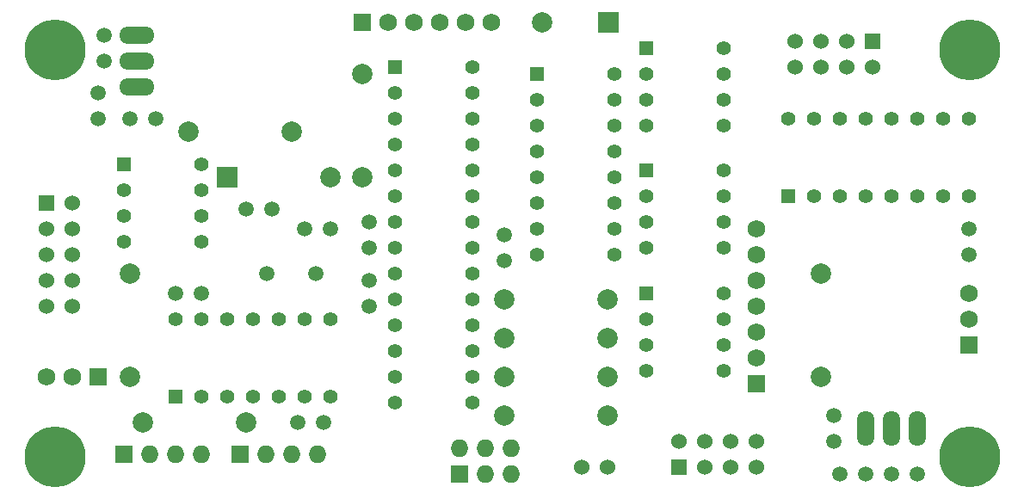
<source format=gbs>
%FSLAX36Y36*%
G04 Gerber Fmt 3.6, Leading zero omitted, Abs format (unit inch)*
G04 Created by KiCad (PCBNEW (2014-jul-16 BZR unknown)-product) date Sun 05 Oct 2014 02:03:01 PM PDT*
%MOIN*%
G01*
G04 APERTURE LIST*
%ADD10C,0.003937*%
%ADD11C,0.059100*%
%ADD12C,0.078700*%
%ADD13R,0.078700X0.078700*%
%ADD14C,0.236220*%
%ADD15R,0.068000X0.068000*%
%ADD16C,0.068000*%
%ADD17R,0.060000X0.060000*%
%ADD18C,0.060000*%
%ADD19O,0.068000X0.068000*%
%ADD20O,0.066900X0.137800*%
%ADD21R,0.055000X0.055000*%
%ADD22C,0.055000*%
%ADD23O,0.137800X0.066900*%
G04 APERTURE END LIST*
D10*
D11*
X7175000Y-5775000D03*
X7275000Y-5775000D03*
X7150000Y-5650000D03*
X7150000Y-5550000D03*
X7475000Y-5775000D03*
X7375000Y-5775000D03*
X7675000Y-4825000D03*
X7675000Y-4925000D03*
X5350000Y-5025000D03*
X5350000Y-5125000D03*
X4325000Y-4075000D03*
X4325000Y-4175000D03*
X5100000Y-4825000D03*
X5200000Y-4825000D03*
X4425000Y-4400000D03*
X4525000Y-4400000D03*
X4300000Y-4400000D03*
X4300000Y-4300000D03*
X4975000Y-4750000D03*
X4875000Y-4750000D03*
X5350000Y-4800000D03*
X5350000Y-4900000D03*
X5875000Y-4950000D03*
X5875000Y-4850000D03*
X4600000Y-5075000D03*
X4700000Y-5075000D03*
X5075000Y-5575000D03*
X5175000Y-5575000D03*
D12*
X5200000Y-4625000D03*
D13*
X4800000Y-4625000D03*
D14*
X4133858Y-4133858D03*
X7677165Y-4133858D03*
X4133858Y-5708661D03*
X7677165Y-5708661D03*
D15*
X7675000Y-5275000D03*
D16*
X7675000Y-5175000D03*
X7675000Y-5075000D03*
D15*
X4300000Y-5400000D03*
D16*
X4200000Y-5400000D03*
X4100000Y-5400000D03*
D17*
X4100000Y-4725000D03*
D18*
X4200000Y-4725000D03*
X4100000Y-4825000D03*
X4200000Y-4825000D03*
X4100000Y-4925000D03*
X4200000Y-4925000D03*
X4100000Y-5025000D03*
X4200000Y-5025000D03*
X4100000Y-5125000D03*
X4200000Y-5125000D03*
D15*
X5325000Y-4025000D03*
D16*
X5425000Y-4025000D03*
X5525000Y-4025000D03*
X5625000Y-4025000D03*
X5725000Y-4025000D03*
X5825000Y-4025000D03*
D17*
X7300000Y-4100000D03*
D18*
X7300000Y-4200000D03*
X7200000Y-4100000D03*
X7200000Y-4200000D03*
X7100000Y-4100000D03*
X7100000Y-4200000D03*
X7000000Y-4100000D03*
X7000000Y-4200000D03*
D17*
X6550000Y-5750000D03*
D18*
X6550000Y-5650000D03*
X6650000Y-5750000D03*
X6650000Y-5650000D03*
X6750000Y-5750000D03*
X6750000Y-5650000D03*
X6850000Y-5750000D03*
X6850000Y-5650000D03*
D15*
X4850000Y-5700000D03*
D19*
X4950000Y-5700000D03*
X5050000Y-5700000D03*
X5150000Y-5700000D03*
D15*
X4400000Y-5700000D03*
D19*
X4500000Y-5700000D03*
X4600000Y-5700000D03*
X4700000Y-5700000D03*
D12*
X7100000Y-5000000D03*
X7100000Y-5400000D03*
X5050000Y-4450000D03*
X4650000Y-4450000D03*
X6275000Y-5100000D03*
X5875000Y-5100000D03*
X5875000Y-5250000D03*
X6275000Y-5250000D03*
X6275000Y-5400000D03*
X5875000Y-5400000D03*
X4475000Y-5575000D03*
X4875000Y-5575000D03*
X4425000Y-5000000D03*
X4425000Y-5400000D03*
X6275000Y-5550000D03*
X5875000Y-5550000D03*
X5325000Y-4625000D03*
X5325000Y-4225000D03*
D13*
X6278000Y-4025000D03*
D12*
X6022000Y-4025000D03*
D20*
X7375000Y-5600000D03*
X7275000Y-5600000D03*
X7475000Y-5600000D03*
D21*
X6425000Y-4125000D03*
D22*
X6425000Y-4225000D03*
X6425000Y-4325000D03*
X6425000Y-4425000D03*
X6725000Y-4425000D03*
X6725000Y-4325000D03*
X6725000Y-4225000D03*
X6725000Y-4125000D03*
D21*
X6425000Y-4600000D03*
D22*
X6425000Y-4700000D03*
X6425000Y-4800000D03*
X6425000Y-4900000D03*
X6725000Y-4900000D03*
X6725000Y-4800000D03*
X6725000Y-4700000D03*
X6725000Y-4600000D03*
D21*
X6425000Y-5075000D03*
D22*
X6425000Y-5175000D03*
X6425000Y-5275000D03*
X6425000Y-5375000D03*
X6725000Y-5375000D03*
X6725000Y-5275000D03*
X6725000Y-5175000D03*
X6725000Y-5075000D03*
D21*
X6975000Y-4700000D03*
D22*
X7075000Y-4700000D03*
X7175000Y-4700000D03*
X7275000Y-4700000D03*
X7375000Y-4700000D03*
X7475000Y-4700000D03*
X7575000Y-4700000D03*
X7675000Y-4700000D03*
X7675000Y-4400000D03*
X7575000Y-4400000D03*
X7475000Y-4400000D03*
X7375000Y-4400000D03*
X7275000Y-4400000D03*
X7175000Y-4400000D03*
X7075000Y-4400000D03*
X6975000Y-4400000D03*
D23*
X4450000Y-4175000D03*
X4450000Y-4075000D03*
X4450000Y-4275000D03*
D21*
X4600000Y-5475000D03*
D22*
X4700000Y-5475000D03*
X4800000Y-5475000D03*
X4900000Y-5475000D03*
X5000000Y-5475000D03*
X5100000Y-5475000D03*
X5200000Y-5475000D03*
X5200000Y-5175000D03*
X5100000Y-5175000D03*
X5000000Y-5175000D03*
X4900000Y-5175000D03*
X4800000Y-5175000D03*
X4700000Y-5175000D03*
X4600000Y-5175000D03*
D21*
X4400000Y-4575000D03*
D22*
X4400000Y-4675000D03*
X4400000Y-4775000D03*
X4400000Y-4875000D03*
X4700000Y-4875000D03*
X4700000Y-4775000D03*
X4700000Y-4675000D03*
X4700000Y-4575000D03*
X5450000Y-4300000D03*
X5450000Y-4400000D03*
X5450000Y-4500000D03*
X5450000Y-4600000D03*
X5450000Y-4700000D03*
X5450000Y-4800000D03*
X5450000Y-4900000D03*
X5450000Y-5000000D03*
X5450000Y-5100000D03*
X5450000Y-5200000D03*
X5450000Y-5300000D03*
X5450000Y-5400000D03*
X5450000Y-5500000D03*
D21*
X5450000Y-4200000D03*
D22*
X5750000Y-5500000D03*
X5750000Y-5400000D03*
X5750000Y-5300000D03*
X5750000Y-5200000D03*
X5750000Y-5100000D03*
X5750000Y-5000000D03*
X5750000Y-4900000D03*
X5750000Y-4800000D03*
X5750000Y-4700000D03*
X5750000Y-4600000D03*
X5750000Y-4500000D03*
X5750000Y-4400000D03*
X5750000Y-4300000D03*
X5750000Y-4200000D03*
D11*
X5146100Y-5000000D03*
X4953900Y-5000000D03*
D15*
X6850000Y-5425000D03*
D16*
X6850000Y-5325000D03*
X6850000Y-5225000D03*
X6850000Y-5125000D03*
X6850000Y-5025000D03*
X6850000Y-4925000D03*
X6850000Y-4825000D03*
D15*
X5700000Y-5775000D03*
D19*
X5700000Y-5675000D03*
X5800000Y-5775000D03*
X5800000Y-5675000D03*
X5900000Y-5775000D03*
X5900000Y-5675000D03*
D18*
X6175000Y-5750000D03*
X6275000Y-5750000D03*
D21*
X6000000Y-4225000D03*
D22*
X6000000Y-4325000D03*
X6000000Y-4425000D03*
X6000000Y-4525000D03*
X6000000Y-4625000D03*
X6000000Y-4725000D03*
X6000000Y-4825000D03*
X6000000Y-4925000D03*
X6300000Y-4925000D03*
X6300000Y-4825000D03*
X6300000Y-4725000D03*
X6300000Y-4625000D03*
X6300000Y-4525000D03*
X6300000Y-4425000D03*
X6300000Y-4325000D03*
X6300000Y-4225000D03*
M02*

</source>
